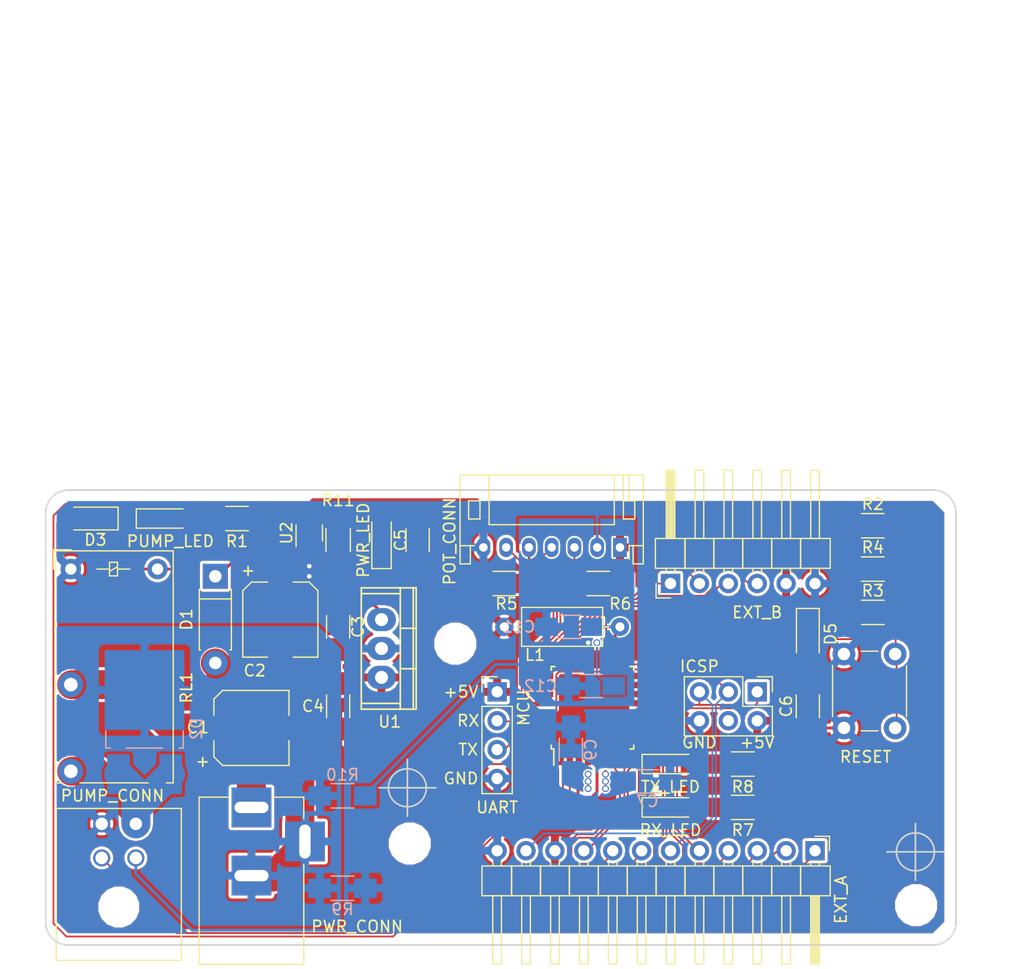
<source format=kicad_pcb>
(kicad_pcb (version 4) (host pcbnew 4.0.6)
  (layers (0 F.Cu mixed) (31 B.Cu mixed) (34 B.Paste user) (35 F.Paste user) (36 B.SilkS user) (37 F.SilkS user) (38 B.Mask user) (39 F.Mask user) (44 Edge.Cuts user))
  (net 0 "")
  (net 1 +12V)
  (net 2 PGND)
  (net 3 REG_PWR)
  (net 4 GND)
  (net 5 Vcc)
  (net 6 ~RESET)
  (net 7 AVcc)
  (net 8 AVss)
  (net 9 "Net-(C12-Pad1)")
  (net 10 /PUMP+)
  (net 11 /COIL_PWR)
  (net 12 "Net-(D4-Pad2)")
  (net 13 "Net-(D6-Pad2)")
  (net 14 RX_LED)
  (net 15 "Net-(D7-Pad2)")
  (net 16 TX_LED)
  (net 17 "Net-(D8-Pad2)")
  (net 18 MISO)
  (net 19 SCK)
  (net 20 MOSI)
  (net 21 EXT_D0)
  (net 22 EXT_D1)
  (net 23 EXT_D2)
  (net 24 EXT_A0)
  (net 25 EXT_D3)
  (net 26 EXT_A1)
  (net 27 EXT_D4)
  (net 28 EXT_A2)
  (net 29 EXT_D5)
  (net 30 EXT_A3)
  (net 31 ~LEVEL_ALERT)
  (net 32 THERM)
  (net 33 MOIST-)
  (net 34 MOISTURE)
  (net 35 ~OVRFLW)
  (net 36 RX)
  (net 37 TX)
  (net 38 PUMP)
  (net 39 "Net-(R3-Pad1)")
  (net 40 "Net-(R3-Pad2)")
  (net 41 MOIST+)
  (net 42 "Net-(U2-Pad3)")
  (module Mounting_Holes:MountingHole_3.2mm_M3 (layer F.Cu) (at 200.033 124.538)
    (fp_text reference REF** hide)
    (fp_text value MountingHole_3.2mm_M3)
    (pad 1 np_thru_hole circle (at 0 0) (size 3.2 3.2) (drill 3.2) (layers *.Cu *.Mask))
  )
  (module TO_SOT_Packages_SMD:SOT-363_SC-70-6_Handsoldering (layer F.Cu) (at 187.198 114.808 90)
    (fp_text reference U2 (at 0 -2 90) (layer F.SilkS))
    (fp_text value MIC94090)
    (pad 1 smd rect (at -1.33 -0.65 90) (size 1.5 0.4) (layers F.Cu F.Paste F.Mask) (net 11 /COIL_PWR))
    (pad 2 smd rect (at -1.33 0 90) (size 1.5 0.4) (layers F.Cu F.Paste F.Mask) (net 4 GND))
    (pad 3 smd rect (at -1.33 0.65 90) (size 1.5 0.4) (layers F.Cu F.Paste F.Mask) (net 42 "Net-(U2-Pad3)"))
    (pad 4 smd rect (at 1.33 0.65 90) (size 1.5 0.4) (layers F.Cu F.Paste F.Mask) (net 5 Vcc))
    (pad 5 smd rect (at 1.33 0 90) (size 1.5 0.4) (layers F.Cu F.Paste F.Mask) (net 4 GND))
    (pad 6 smd rect (at 1.33 -0.65 90) (size 1.5 0.4) (layers F.Cu F.Paste F.Mask) (net 38 PUMP))
  )
  (module Mounting_Holes:MountingHole_3.2mm_M3 (layer F.Cu) (at 240.533 147.538)
    (fp_text reference REF** hide)
    (fp_text value MountingHole_3.2mm_M3)
    (pad 1 np_thru_hole circle (at 0 0) (size 3.2 3.2) (drill 3.2) (layers *.Cu *.Mask))
  )
  (module Pin_Headers:Pin_Header_Angled_1x12_Pitch2.54mm (layer F.Cu) (at 231.648 142.748 270)
    (fp_text reference EXT_A (at 4.315 -2.27 270) (layer F.SilkS))
    (fp_text value CONN_01X12)
    (pad 1 thru_hole rect (at 0 0 270) (size 1.7 1.7) (drill 1) (layers *.Cu *.Mask) (net 21 EXT_D0))
    (pad 2 thru_hole oval (at 0 2.54 270) (size 1.7 1.7) (drill 1) (layers *.Cu *.Mask) (net 22 EXT_D1))
    (pad 3 thru_hole oval (at 0 5.08 270) (size 1.7 1.7) (drill 1) (layers *.Cu *.Mask) (net 23 EXT_D2))
    (pad 4 thru_hole oval (at 0 7.62 270) (size 1.7 1.7) (drill 1) (layers *.Cu *.Mask) (net 20 MOSI))
    (pad 5 thru_hole oval (at 0 10.16 270) (size 1.7 1.7) (drill 1) (layers *.Cu *.Mask) (net 18 MISO))
    (pad 6 thru_hole oval (at 0 12.7 270) (size 1.7 1.7) (drill 1) (layers *.Cu *.Mask) (net 19 SCK))
    (pad 7 thru_hole oval (at 0 15.24 270) (size 1.7 1.7) (drill 1) (layers *.Cu *.Mask) (net 25 EXT_D3))
    (pad 8 thru_hole oval (at 0 17.78 270) (size 1.7 1.7) (drill 1) (layers *.Cu *.Mask) (net 27 EXT_D4))
    (pad 9 thru_hole oval (at 0 20.32 270) (size 1.7 1.7) (drill 1) (layers *.Cu *.Mask) (net 29 EXT_D5))
    (pad 10 thru_hole oval (at 0 22.86 270) (size 1.7 1.7) (drill 1) (layers *.Cu *.Mask) (net 5 Vcc))
    (pad 11 thru_hole oval (at 0 25.4 270) (size 1.7 1.7) (drill 1) (layers *.Cu *.Mask) (net 6 ~RESET))
    (pad 12 thru_hole oval (at 0 27.94 270) (size 1.7 1.7) (drill 1) (layers *.Cu *.Mask) (net 4 GND))
  )
  (module Capacitors_SMD:CP_Elec_6.3x7.7 (layer F.Cu) (at 182.118 131.953)
    (fp_text reference C1 (at -4.712 -0.042) (layer F.SilkS))
    (fp_text value 100µF)
    (fp_text user + (at -4.28 2.91) (layer F.SilkS))
    (pad 1 smd rect (at -2.7 0 180) (size 3.5 1.6) (layers F.Cu F.Paste F.Mask) (net 1 +12V))
    (pad 2 smd rect (at 2.7 0 180) (size 3.5 1.6) (layers F.Cu F.Paste F.Mask) (net 2 PGND))
  )
  (module Capacitors_SMD:CP_Elec_6.3x7.7 (layer F.Cu) (at 184.658 122.428 270)
    (fp_text reference C2 (at 4.483 2.252 360) (layer F.SilkS))
    (fp_text value 100µF)
    (fp_text user + (at -4.28 2.91 270) (layer F.SilkS))
    (pad 1 smd rect (at -2.7 0 90) (size 3.5 1.6) (layers F.Cu F.Paste F.Mask) (net 3 REG_PWR))
    (pad 2 smd rect (at 2.7 0 90) (size 3.5 1.6) (layers F.Cu F.Paste F.Mask) (net 4 GND))
  )
  (module Capacitors_SMD:C_1206_HandSoldering (layer F.Cu) (at 189.738 123.063 270)
    (fp_text reference C3 (at 0 -1.75 270) (layer F.SilkS))
    (fp_text value 100nF)
    (pad 1 smd rect (at -2 0 270) (size 2 1.6) (layers F.Cu F.Paste F.Mask) (net 3 REG_PWR))
    (pad 2 smd rect (at 2 0 270) (size 2 1.6) (layers F.Cu F.Paste F.Mask) (net 4 GND))
  )
  (module Capacitors_SMD:C_1206_HandSoldering (layer F.Cu) (at 189.738 130.048 90)
    (fp_text reference C4 (at 0.01 -2.205 180) (layer F.SilkS))
    (fp_text value 100nF)
    (pad 1 smd rect (at -2 0 90) (size 2 1.6) (layers F.Cu F.Paste F.Mask) (net 5 Vcc))
    (pad 2 smd rect (at 2 0 90) (size 2 1.6) (layers F.Cu F.Paste F.Mask) (net 4 GND))
  )
  (module Capacitors_SMD:C_1206_HandSoldering (layer F.Cu) (at 196.723 115.443 270)
    (fp_text reference C5 (at 0 1.5 270) (layer F.SilkS))
    (fp_text value 100nF)
    (pad 1 smd rect (at -2 0 270) (size 2 1.6) (layers F.Cu F.Paste F.Mask) (net 5 Vcc))
    (pad 2 smd rect (at 2 0 270) (size 2 1.6) (layers F.Cu F.Paste F.Mask) (net 4 GND))
  )
  (module Capacitors_SMD:C_1206_HandSoldering (layer F.Cu) (at 231.013 130.048 270)
    (fp_text reference C6 (at 0 1.905 270) (layer F.SilkS))
    (fp_text value 100nF)
    (pad 1 smd rect (at -2 0 270) (size 2 1.6) (layers F.Cu F.Paste F.Mask) (net 6 ~RESET))
    (pad 2 smd rect (at 2 0 270) (size 2 1.6) (layers F.Cu F.Paste F.Mask) (net 4 GND))
  )
  (module Capacitors_SMD:C_1206_HandSoldering (layer B.Cu) (at 216.916 136.652)
    (fp_text reference C7 (at 0 1.75) (layer B.SilkS) (effects (justify mirror)))
    (fp_text value 100nF)
    (pad 1 smd rect (at -2 0) (size 2 1.6) (layers B.Cu B.Paste B.Mask) (net 5 Vcc))
    (pad 2 smd rect (at 2 0) (size 2 1.6) (layers B.Cu B.Paste B.Mask) (net 4 GND))
  )
  (module Capacitors_SMD:C_1206_HandSoldering (layer B.Cu) (at 210.185 133.858 90)
    (fp_text reference C9 (at 0 1.75 90) (layer B.SilkS) (effects (justify mirror)))
    (fp_text value 100nF)
    (pad 1 smd rect (at -2 0 90) (size 2 1.6) (layers B.Cu B.Paste B.Mask) (net 5 Vcc))
    (pad 2 smd rect (at 2 0 90) (size 2 1.6) (layers B.Cu B.Paste B.Mask) (net 4 GND))
  )
  (module Capacitors_SMD:C_1206_HandSoldering (layer B.Cu) (at 210.058 123.063 180)
    (fp_text reference C11 (at 4.445 0 180) (layer B.SilkS) (effects (justify mirror)))
    (fp_text value 100nF)
    (pad 1 smd rect (at -2 0 180) (size 2 1.6) (layers B.Cu B.Paste B.Mask) (net 7 AVcc))
    (pad 2 smd rect (at 2 0 180) (size 2 1.6) (layers B.Cu B.Paste B.Mask) (net 8 AVss))
  )
  (module Capacitors_SMD:C_1206_HandSoldering (layer B.Cu) (at 211.963 128.27 180)
    (fp_text reference C12 (at 4.445 0 180) (layer B.SilkS) (effects (justify mirror)))
    (fp_text value 10nF)
    (pad 1 smd rect (at -2 0 180) (size 2 1.6) (layers B.Cu B.Paste B.Mask) (net 9 "Net-(C12-Pad1)"))
    (pad 2 smd rect (at 2 0 180) (size 2 1.6) (layers B.Cu B.Paste B.Mask) (net 8 AVss))
  )
  (module Connectors:BARREL_JACK (layer F.Cu) (at 182.118 138.938 90)
    (fp_text reference PWR_CONN (at -10.473 9.288 180) (layer F.SilkS))
    (fp_text value BARREL_JACK)
    (pad 1 thru_hole rect (at 0 0 90) (size 3.5 3.5) (drill oval 1 3) (layers *.Cu *.Mask) (net 1 +12V))
    (pad 2 thru_hole rect (at -6 0 90) (size 3.5 3.5) (drill oval 1 3) (layers *.Cu *.Mask) (net 2 PGND))
    (pad 3 thru_hole rect (at -3 4.7 90) (size 3.5 3.5) (drill oval 3 1) (layers *.Cu *.Mask) (net 2 PGND))
  )
  (module Diodes_THT:D_DO-41_SOD81_P7.62mm_Horizontal (layer F.Cu) (at 178.943 118.618 270)
    (fp_text reference D1 (at 3.793 2.537 270) (layer F.SilkS))
    (fp_text value D)
    (pad 1 thru_hole rect (at 0 0 270) (size 2.2 2.2) (drill 1.1) (layers *.Cu *.Mask) (net 3 REG_PWR))
    (pad 2 thru_hole oval (at 7.62 0 270) (size 2.2 2.2) (drill 1.1) (layers *.Cu *.Mask) (net 1 +12V))
  )
  (module TO_SOT_Packages_SMD:TO-252-2_Rectifier (layer B.Cu) (at 172.72 131.445 90)
    (fp_text reference D2 (at -0.575 4.55 90) (layer B.SilkS) (effects (justify mirror)))
    (fp_text value D_Schottky)
    (pad 1 smd rect (at -4.575 2.3 180) (size 2 3.5) (layers B.Cu B.Paste B.Mask) (net 10 /PUMP+))
    (pad 3 smd rect (at -4.575 -2.28 180) (size 2 3.5) (layers B.Cu B.Paste B.Mask))
    (pad 2 smd rect (at 2.825 0 180) (size 7 7) (layers B.Cu B.Paste B.Mask) (net 2 PGND))
  )
  (module Diodes_SMD:D_SOD-123 (layer F.Cu) (at 168.148 113.538 180)
    (fp_text reference D3 (at -0.258 -1.873 180) (layer F.SilkS))
    (fp_text value D_Schottky)
    (pad 1 smd rect (at -1.65 0 180) (size 0.9 1.2) (layers F.Cu F.Paste F.Mask) (net 11 /COIL_PWR))
    (pad 2 smd rect (at 1.65 0 180) (size 0.9 1.2) (layers F.Cu F.Paste F.Mask) (net 4 GND))
  )
  (module LEDs:LED_1206 (layer F.Cu) (at 174.498 113.538)
    (fp_text reference PUMP_LED (at 0.5 2) (layer F.SilkS))
    (fp_text value PUMP_LED)
    (pad 2 smd rect (at 1.65 0 180) (size 1.5 1.5) (layers F.Cu F.Paste F.Mask) (net 12 "Net-(D4-Pad2)"))
    (pad 1 smd rect (at -1.65 0 180) (size 1.5 1.5) (layers F.Cu F.Paste F.Mask) (net 4 GND))
  )
  (module Diodes_SMD:D_SOD-123 (layer F.Cu) (at 231.013 123.698 270)
    (fp_text reference D5 (at 0 -2 270) (layer F.SilkS))
    (fp_text value D_Schottky)
    (pad 1 smd rect (at -1.65 0 270) (size 0.9 1.2) (layers F.Cu F.Paste F.Mask) (net 5 Vcc))
    (pad 2 smd rect (at 1.65 0 270) (size 0.9 1.2) (layers F.Cu F.Paste F.Mask) (net 6 ~RESET))
  )
  (module LEDs:LED_1206 (layer F.Cu) (at 218.948 138.938)
    (fp_text reference RX_LED (at 0 2) (layer F.SilkS))
    (fp_text value RX_LED)
    (pad 2 smd rect (at 1.65 0 180) (size 1.5 1.5) (layers F.Cu F.Paste F.Mask) (net 13 "Net-(D6-Pad2)"))
    (pad 1 smd rect (at -1.65 0 180) (size 1.5 1.5) (layers F.Cu F.Paste F.Mask) (net 14 RX_LED))
  )
  (module LEDs:LED_1206 (layer F.Cu) (at 218.948 135.128)
    (fp_text reference TX_LED (at 0 2) (layer F.SilkS))
    (fp_text value TX_LED)
    (pad 2 smd rect (at 1.65 0 180) (size 1.5 1.5) (layers F.Cu F.Paste F.Mask) (net 15 "Net-(D7-Pad2)"))
    (pad 1 smd rect (at -1.65 0 180) (size 1.5 1.5) (layers F.Cu F.Paste F.Mask) (net 16 TX_LED))
  )
  (module LEDs:LED_1206 (layer F.Cu) (at 193.548 115.443 90)
    (fp_text reference PWR_LED (at 0 -1.6 90) (layer F.SilkS))
    (fp_text value PWR_LED)
    (pad 2 smd rect (at 1.65 0 270) (size 1.5 1.5) (layers F.Cu F.Paste F.Mask) (net 17 "Net-(D8-Pad2)"))
    (pad 1 smd rect (at -1.65 0 270) (size 1.5 1.5) (layers F.Cu F.Paste F.Mask) (net 4 GND))
  )
  (module Pin_Headers:Pin_Header_Straight_2x03_Pitch2.54mm (layer F.Cu) (at 226.568 128.778 270)
    (fp_text reference ICSP (at -2.24 5.08 360) (layer F.SilkS))
    (fp_text value CONN_02X03)
    (pad 1 thru_hole rect (at 0 0 270) (size 1.7 1.7) (drill 1) (layers *.Cu *.Mask) (net 18 MISO))
    (pad 2 thru_hole oval (at 2.54 0 270) (size 1.7 1.7) (drill 1) (layers *.Cu *.Mask) (net 5 Vcc))
    (pad 3 thru_hole oval (at 0 2.54 270) (size 1.7 1.7) (drill 1) (layers *.Cu *.Mask) (net 19 SCK))
    (pad 4 thru_hole oval (at 2.54 2.54 270) (size 1.7 1.7) (drill 1) (layers *.Cu *.Mask) (net 20 MOSI))
    (pad 5 thru_hole oval (at 0 5.08 270) (size 1.7 1.7) (drill 1) (layers *.Cu *.Mask) (net 6 ~RESET))
    (pad 6 thru_hole oval (at 2.54 5.08 270) (size 1.7 1.7) (drill 1) (layers *.Cu *.Mask) (net 4 GND))
  )
  (module Inductors_THT:L_Axial_L7.0mm_D3.3mm_P10.16mm_Horizontal_Fastron_MICC (layer F.Cu) (at 204.343 123.063)
    (fp_text reference L1 (at 2.69 2.475) (layer F.SilkS))
    (fp_text value 10µH)
    (pad 1 thru_hole circle (at 0 0) (size 1.6 1.6) (drill 0.8) (layers *.Cu *.Mask) (net 5 Vcc))
    (pad 2 thru_hole oval (at 10.16 0) (size 1.6 1.6) (drill 0.8) (layers *.Cu *.Mask) (net 7 AVcc))
  )
  (module Connectors_Molex:Molex_Microfit3_Header_02x02_Angled_43045-040x (layer F.Cu) (at 171.958 143.383)
    (fp_text reference PUMP_CONN (at -2.052 -5.472) (layer F.SilkS))
    (fp_text value CONN_02X02)
    (pad 3 thru_hole circle (at 0 -3) (size 1.5 1.5) (drill 1.1) (layers *.Cu *.Mask) (net 10 /PUMP+))
    (pad 1 thru_hole circle (at 0 0) (size 1.5 1.5) (drill 1.1) (layers *.Cu *.Mask) (net 4 GND))
    (pad 4 thru_hole circle (at -3 -3) (size 1.5 1.5) (drill 1.1) (layers *.Cu *.Mask) (net 2 PGND))
    (pad 2 thru_hole circle (at -3 0) (size 1.5 1.5) (drill 1.1) (layers *.Cu *.Mask) (net 31 ~LEVEL_ALERT))
    (pad "" np_thru_hole circle (at -1.5 4.32) (size 3.1 3.1) (drill 3.1) (layers *.Cu *.Mask))
  )
  (module Connectors_JST:JST_PH_S7B-PH-K_07x2.00mm_Angled (layer F.Cu) (at 214.503 116.078 180)
    (fp_text reference POT_CONN (at 14.97 0.54 270) (layer F.SilkS))
    (fp_text value CONN_01X07)
    (pad 1 thru_hole rect (at 0 0 180) (size 1.2 1.7) (drill 0.75) (layers *.Cu *.Mask) (net 5 Vcc))
    (pad 2 thru_hole oval (at 2 0 180) (size 1.2 1.7) (drill 0.75) (layers *.Cu *.Mask) (net 4 GND))
    (pad 3 thru_hole oval (at 4 0 180) (size 1.2 1.7) (drill 0.75) (layers *.Cu *.Mask) (net 34 MOISTURE))
    (pad 4 thru_hole oval (at 6 0 180) (size 1.2 1.7) (drill 0.75) (layers *.Cu *.Mask) (net 33 MOIST-))
    (pad 5 thru_hole oval (at 8 0 180) (size 1.2 1.7) (drill 0.75) (layers *.Cu *.Mask) (net 32 THERM))
    (pad 6 thru_hole oval (at 10 0 180) (size 1.2 1.7) (drill 0.75) (layers *.Cu *.Mask) (net 35 ~OVRFLW))
    (pad 7 thru_hole oval (at 12 0 180) (size 1.2 1.7) (drill 0.75) (layers *.Cu *.Mask) (net 4 GND))
  )
  (module Pin_Headers:Pin_Header_Straight_1x04_Pitch2.54mm (layer F.Cu) (at 203.708 128.778)
    (fp_text reference UART (at 0 10.16 180) (layer F.SilkS))
    (fp_text value CONN_01X04)
    (pad 1 thru_hole rect (at 0 0) (size 1.7 1.7) (drill 1) (layers *.Cu *.Mask) (net 5 Vcc))
    (pad 2 thru_hole oval (at 0 2.54) (size 1.7 1.7) (drill 1) (layers *.Cu *.Mask) (net 36 RX))
    (pad 3 thru_hole oval (at 0 5.08) (size 1.7 1.7) (drill 1) (layers *.Cu *.Mask) (net 37 TX))
    (pad 4 thru_hole oval (at 0 7.62) (size 1.7 1.7) (drill 1) (layers *.Cu *.Mask) (net 4 GND))
  )
  (module Resistors_SMD:R_1206_HandSoldering (layer F.Cu) (at 180.848 113.538)
    (fp_text reference R1 (at 0 2) (layer F.SilkS))
    (fp_text value 1.5k)
    (pad 1 smd rect (at -2 0) (size 2 1.7) (layers F.Cu F.Paste F.Mask) (net 12 "Net-(D4-Pad2)"))
    (pad 2 smd rect (at 2 0) (size 2 1.7) (layers F.Cu F.Paste F.Mask) (net 38 PUMP))
  )
  (module Resistors_SMD:R_1206_HandSoldering (layer F.Cu) (at 236.728 114.173 180)
    (fp_text reference R2 (at 0 1.905 180) (layer F.SilkS))
    (fp_text value 4k7)
    (pad 1 smd rect (at -2 0 180) (size 2 1.7) (layers F.Cu F.Paste F.Mask) (net 6 ~RESET))
    (pad 2 smd rect (at 2 0 180) (size 2 1.7) (layers F.Cu F.Paste F.Mask) (net 5 Vcc))
  )
  (module Resistors_SMD:R_1206_HandSoldering (layer F.Cu) (at 236.728 121.793 180)
    (fp_text reference R3 (at 0 1.905 180) (layer F.SilkS))
    (fp_text value 150)
    (pad 1 smd rect (at -2 0 180) (size 2 1.7) (layers F.Cu F.Paste F.Mask) (net 39 "Net-(R3-Pad1)"))
    (pad 2 smd rect (at 2 0 180) (size 2 1.7) (layers F.Cu F.Paste F.Mask) (net 40 "Net-(R3-Pad2)"))
  )
  (module Resistors_SMD:R_1206_HandSoldering (layer F.Cu) (at 236.728 117.983)
    (fp_text reference R4 (at 0 -1.905) (layer F.SilkS))
    (fp_text value 150)
    (pad 1 smd rect (at -2 0) (size 2 1.7) (layers F.Cu F.Paste F.Mask) (net 40 "Net-(R3-Pad2)"))
    (pad 2 smd rect (at 2 0) (size 2 1.7) (layers F.Cu F.Paste F.Mask) (net 6 ~RESET))
  )
  (module Resistors_SMD:R_1206_HandSoldering (layer F.Cu) (at 204.343 119.253)
    (fp_text reference R5 (at 0.19 1.785) (layer F.SilkS))
    (fp_text value 100k)
    (pad 1 smd rect (at -2 0) (size 2 1.7) (layers F.Cu F.Paste F.Mask) (net 5 Vcc))
    (pad 2 smd rect (at 2 0) (size 2 1.7) (layers F.Cu F.Paste F.Mask) (net 35 ~OVRFLW))
  )
  (module Resistors_SMD:R_1206_HandSoldering (layer F.Cu) (at 212.598 119.253)
    (fp_text reference R6 (at 1.935 1.785) (layer F.SilkS))
    (fp_text value 10k)
    (pad 1 smd rect (at -2 0) (size 2 1.7) (layers F.Cu F.Paste F.Mask) (net 34 MOISTURE))
    (pad 2 smd rect (at 2 0) (size 2 1.7) (layers F.Cu F.Paste F.Mask) (net 41 MOIST+))
  )
  (module Resistors_SMD:R_1206_HandSoldering (layer F.Cu) (at 225.298 138.938 180)
    (fp_text reference R7 (at 0 -2 180) (layer F.SilkS))
    (fp_text value 150R)
    (pad 1 smd rect (at -2 0 180) (size 2 1.7) (layers F.Cu F.Paste F.Mask) (net 5 Vcc))
    (pad 2 smd rect (at 2 0 180) (size 2 1.7) (layers F.Cu F.Paste F.Mask) (net 13 "Net-(D6-Pad2)"))
  )
  (module Resistors_SMD:R_1206_HandSoldering (layer F.Cu) (at 225.298 135.128 180)
    (fp_text reference R8 (at 0 -2 180) (layer F.SilkS))
    (fp_text value 150R)
    (pad 1 smd rect (at -2 0 180) (size 2 1.7) (layers F.Cu F.Paste F.Mask) (net 5 Vcc))
    (pad 2 smd rect (at 2 0 180) (size 2 1.7) (layers F.Cu F.Paste F.Mask) (net 15 "Net-(D7-Pad2)"))
  )
  (module Resistors_SMD:R_1206_HandSoldering (layer B.Cu) (at 190.119 146.05)
    (fp_text reference R9 (at 0 1.85) (layer B.SilkS) (effects (justify mirror)))
    (fp_text value 0)
    (pad 1 smd rect (at -2 0) (size 2 1.7) (layers B.Cu B.Paste B.Mask) (net 2 PGND))
    (pad 2 smd rect (at 2 0) (size 2 1.7) (layers B.Cu B.Paste B.Mask) (net 4 GND))
  )
  (module Resistors_SMD:R_1206_HandSoldering (layer B.Cu) (at 190.119 137.922 180)
    (fp_text reference R10 (at 0 1.85 180) (layer B.SilkS) (effects (justify mirror)))
    (fp_text value 0)
    (pad 1 smd rect (at -2 0 180) (size 2 1.7) (layers B.Cu B.Paste B.Mask) (net 8 AVss))
    (pad 2 smd rect (at 2 0 180) (size 2 1.7) (layers B.Cu B.Paste B.Mask) (net 2 PGND))
  )
  (module Resistors_SMD:R_1206_HandSoldering (layer F.Cu) (at 189.738 115.443 90)
    (fp_text reference R11 (at 3.5 0 180) (layer F.SilkS))
    (fp_text value 1.5K)
    (pad 1 smd rect (at -2 0 90) (size 2 1.7) (layers F.Cu F.Paste F.Mask) (net 3 REG_PWR))
    (pad 2 smd rect (at 2 0 90) (size 2 1.7) (layers F.Cu F.Paste F.Mask) (net 17 "Net-(D8-Pad2)"))
  )
  (module Relays_THT:Relay_SPST_Finder_32.21-x300 (layer F.Cu) (at 166.243 117.983)
    (fp_text reference RL1 (at 10.163 10.428 90) (layer F.SilkS))
    (fp_text value FINDER-32.21-x300)
    (pad A1 thru_hole circle (at 0 0) (size 1.8 1.8) (drill 1) (layers *.Cu *.Mask) (net 4 GND))
    (pad A2 thru_hole circle (at 7.62 0) (size 1.8 1.8) (drill 1) (layers *.Cu *.Mask) (net 11 /COIL_PWR))
    (pad 11 thru_hole circle (at 0 10.16) (size 2.2 2.2) (drill 1.2) (layers *.Cu *.Mask) (net 1 +12V))
    (pad 14 thru_hole circle (at 0 17.78) (size 2.2 2.2) (drill 1.2) (layers *.Cu *.Mask) (net 10 /PUMP+))
  )
  (module Buttons_Switches_THT:SW_PUSH_6mm (layer F.Cu) (at 234.188 131.953 90)
    (fp_text reference RESET (at -2.54 1.905 180) (layer F.SilkS))
    (fp_text value SW_PUSH)
    (pad 2 thru_hole circle (at 0 4.5 180) (size 2 2) (drill 1.1) (layers *.Cu *.Mask) (net 39 "Net-(R3-Pad1)"))
    (pad 1 thru_hole circle (at 0 0 180) (size 2 2) (drill 1.1) (layers *.Cu *.Mask) (net 4 GND))
    (pad 2 thru_hole circle (at 6.5 4.5 180) (size 2 2) (drill 1.1) (layers *.Cu *.Mask) (net 39 "Net-(R3-Pad1)"))
    (pad 1 thru_hole circle (at 6.5 0 180) (size 2 2) (drill 1.1) (layers *.Cu *.Mask) (net 4 GND))
  )
  (module Power_Integrations:TO-220 (layer F.Cu) (at 193.548 124.968 270)
    (fp_text reference U1 (at 6.443 -0.723 360) (layer F.SilkS))
    (fp_text value LM7805CT)
    (pad 2 thru_hole oval (at 0 0 270) (size 2.032 2.54) (drill 1.143) (layers *.Cu *.Mask) (net 4 GND))
    (pad 3 thru_hole oval (at 2.54 0 270) (size 2.032 2.54) (drill 1.143) (layers *.Cu *.Mask) (net 5 Vcc))
    (pad 1 thru_hole oval (at -2.54 0 270) (size 2.032 2.54) (drill 1.143) (layers *.Cu *.Mask) (net 3 REG_PWR))
  )
  (module Housings_QFP:TQFP-32_7x7mm_Pitch0.8mm (layer F.Cu) (at 212.09 130.175 90)
    (fp_text reference MCU (at 0 -6.05 90) (layer F.SilkS))
    (fp_text value ATMEGA168-20AU)
    (pad 1 smd rect (at -4.25 -2.8 90) (size 1.6 0.55) (layers F.Cu F.Paste F.Mask) (net 31 ~LEVEL_ALERT))
    (pad 2 smd rect (at -4.25 -2 90) (size 1.6 0.55) (layers F.Cu F.Paste F.Mask) (net 38 PUMP))
    (pad 3 smd rect (at -4.25 -1.2 90) (size 1.6 0.55) (layers F.Cu F.Paste F.Mask) (net 4 GND))
    (pad 4 smd rect (at -4.25 -0.4 90) (size 1.6 0.55) (layers F.Cu F.Paste F.Mask) (net 5 Vcc))
    (pad 5 smd rect (at -4.25 0.4 90) (size 1.6 0.55) (layers F.Cu F.Paste F.Mask) (net 4 GND))
    (pad 6 smd rect (at -4.25 1.2 90) (size 1.6 0.55) (layers F.Cu F.Paste F.Mask) (net 5 Vcc))
    (pad 7 smd rect (at -4.25 2 90) (size 1.6 0.55) (layers F.Cu F.Paste F.Mask) (net 25 EXT_D3))
    (pad 8 smd rect (at -4.25 2.8 90) (size 1.6 0.55) (layers F.Cu F.Paste F.Mask) (net 27 EXT_D4))
    (pad 9 smd rect (at -2.8 4.25 180) (size 1.6 0.55) (layers F.Cu F.Paste F.Mask) (net 14 RX_LED))
    (pad 10 smd rect (at -2 4.25 180) (size 1.6 0.55) (layers F.Cu F.Paste F.Mask) (net 16 TX_LED))
    (pad 11 smd rect (at -1.2 4.25 180) (size 1.6 0.55) (layers F.Cu F.Paste F.Mask) (net 29 EXT_D5))
    (pad 12 smd rect (at -0.4 4.25 180) (size 1.6 0.55) (layers F.Cu F.Paste F.Mask) (net 21 EXT_D0))
    (pad 13 smd rect (at 0.4 4.25 180) (size 1.6 0.55) (layers F.Cu F.Paste F.Mask) (net 22 EXT_D1))
    (pad 14 smd rect (at 1.2 4.25 180) (size 1.6 0.55) (layers F.Cu F.Paste F.Mask) (net 23 EXT_D2))
    (pad 15 smd rect (at 2 4.25 180) (size 1.6 0.55) (layers F.Cu F.Paste F.Mask) (net 20 MOSI))
    (pad 16 smd rect (at 2.8 4.25 180) (size 1.6 0.55) (layers F.Cu F.Paste F.Mask) (net 18 MISO))
    (pad 17 smd rect (at 4.25 2.8 90) (size 1.6 0.55) (layers F.Cu F.Paste F.Mask) (net 19 SCK))
    (pad 18 smd rect (at 4.25 2 90) (size 1.6 0.55) (layers F.Cu F.Paste F.Mask) (net 7 AVcc))
    (pad 19 smd rect (at 4.25 1.2 90) (size 1.6 0.55) (layers F.Cu F.Paste F.Mask) (net 28 EXT_A2))
    (pad 20 smd rect (at 4.25 0.4 90) (size 1.6 0.55) (layers F.Cu F.Paste F.Mask) (net 9 "Net-(C12-Pad1)"))
    (pad 21 smd rect (at 4.25 -0.4 90) (size 1.6 0.55) (layers F.Cu F.Paste F.Mask) (net 8 AVss))
    (pad 22 smd rect (at 4.25 -1.2 90) (size 1.6 0.55) (layers F.Cu F.Paste F.Mask) (net 30 EXT_A3))
    (pad 23 smd rect (at 4.25 -2 90) (size 1.6 0.55) (layers F.Cu F.Paste F.Mask) (net 24 EXT_A0))
    (pad 24 smd rect (at 4.25 -2.8 90) (size 1.6 0.55) (layers F.Cu F.Paste F.Mask) (net 26 EXT_A1))
    (pad 25 smd rect (at 2.8 -4.25 180) (size 1.6 0.55) (layers F.Cu F.Paste F.Mask) (net 41 MOIST+))
    (pad 26 smd rect (at 2 -4.25 180) (size 1.6 0.55) (layers F.Cu F.Paste F.Mask) (net 34 MOISTURE))
    (pad 27 smd rect (at 1.2 -4.25 180) (size 1.6 0.55) (layers F.Cu F.Paste F.Mask) (net 33 MOIST-))
    (pad 28 smd rect (at 0.4 -4.25 180) (size 1.6 0.55) (layers F.Cu F.Paste F.Mask) (net 32 THERM))
    (pad 29 smd rect (at -0.4 -4.25 180) (size 1.6 0.55) (layers F.Cu F.Paste F.Mask) (net 6 ~RESET))
    (pad 30 smd rect (at -1.2 -4.25 180) (size 1.6 0.55) (layers F.Cu F.Paste F.Mask) (net 36 RX))
    (pad 31 smd rect (at -2 -4.25 180) (size 1.6 0.55) (layers F.Cu F.Paste F.Mask) (net 37 TX))
    (pad 32 smd rect (at -2.8 -4.25 180) (size 1.6 0.55) (layers F.Cu F.Paste F.Mask) (net 35 ~OVRFLW))
  )
  (module Pin_Headers:Pin_Header_Angled_1x06_Pitch2.54mm (layer F.Cu) (at 218.948 119.253 90)
    (fp_text reference EXT_B (at -2.54 7.62 180) (layer F.SilkS))
    (fp_text value CONN_01X06)
    (pad 1 thru_hole rect (at 0 0 90) (size 1.7 1.7) (drill 1) (layers *.Cu *.Mask) (net 24 EXT_A0))
    (pad 2 thru_hole oval (at 0 2.54 90) (size 1.7 1.7) (drill 1) (layers *.Cu *.Mask) (net 26 EXT_A1))
    (pad 3 thru_hole oval (at 0 5.08 90) (size 1.7 1.7) (drill 1) (layers *.Cu *.Mask) (net 28 EXT_A2))
    (pad 4 thru_hole oval (at 0 7.62 90) (size 1.7 1.7) (drill 1) (layers *.Cu *.Mask) (net 30 EXT_A3))
    (pad 5 thru_hole oval (at 0 10.16 90) (size 1.7 1.7) (drill 1) (layers *.Cu *.Mask) (net 5 Vcc))
    (pad 6 thru_hole oval (at 0 12.7 90) (size 1.7 1.7) (drill 1) (layers *.Cu *.Mask) (net 4 GND))
  )
  (module Mounting_Holes:MountingHole_3.2mm_M3 (layer F.Cu) (at 196.033 142.113)
    (fp_text reference REF** hide)
    (fp_text value MountingHole_3.2mm_M3)
    (pad 1 np_thru_hole circle (at 0 0) (size 3.2 3.2) (drill 3.2) (layers *.Cu *.Mask))
  )
  (gr_text +5V (at 226.568 133.223) (layer F.SilkS) (effects (font (size 1 1))))
  (gr_text GND (at 221.488 133.223) (layer F.SilkS) (effects (font (size 1 1))))
  (gr_text GND (at 200.533 136.398) (layer F.SilkS) (effects (font (size 1 1))))
  (gr_text TX (at 201.168 133.858) (layer F.SilkS) (effects (font (size 1 1))))
  (gr_text RX (at 201.168 131.318) (layer F.SilkS) (effects (font (size 1 1))))
  (gr_text +5V (at 200.533 128.778) (layer F.SilkS) (effects (font (size 1 1))))
  (gr_line (start 164.033 149.038) (end 164.033 113.038) (layer Edge.Cuts) (width 0.15))
  (gr_line (start 242.033 151.038) (end 166.033 151.038) (layer Edge.Cuts) (width 0.15))
  (gr_line (start 244.033 113.038) (end 244.033 149.038) (layer Edge.Cuts) (width 0.15))
  (gr_line (start 166.033 111.038) (end 242.033 111.038) (layer Edge.Cuts) (width 0.15))
  (gr_arc (start 166.033 113.038) (end 164.033 113.038) (angle 90) (layer Edge.Cuts) (width 0.15))
  (gr_arc (start 166.033 149.038) (end 166.033 151.038) (angle 90) (layer Edge.Cuts) (width 0.15))
  (gr_arc (start 242.033 149.038) (end 244.033 149.038) (angle 90) (layer Edge.Cuts) (width 0.15))
  (gr_arc (start 242.033 113.038) (end 242.033 111.038) (angle 90) (layer Edge.Cuts) (width 0.15))
  (target plus (at 240.469775 142.846485) (size 5) (width 0.15) (layer Edge.Cuts))
  (target plus (at 195.81909 137.213128) (size 5) (width 0.15) (layer Edge.Cuts))
  (via (at 213.233 137.287) (size 0.6) (drill 0.4) (layers F.Cu B.Cu) (net 0))
  (via (at 213.233 136.652) (size 0.6) (drill 0.4) (layers F.Cu B.Cu) (net 0))
  (segment (start 213.233 135.763) (end 213.233 136.017) (width 0.254) (layer F.Cu) (net 0))
  (via (at 213.233 136.017) (size 0.6) (drill 0.4) (layers F.Cu B.Cu) (net 0))
  (via (at 211.709 137.287) (size 0.6) (drill 0.4) (layers F.Cu B.Cu) (net 0))
  (via (at 211.709 136.652) (size 0.6) (drill 0.4) (layers F.Cu B.Cu) (net 0))
  (via (at 211.709 136.017) (size 0.6) (drill 0.4) (layers F.Cu B.Cu) (net 0))
  (segment (start 179.418 131.953) (end 175.128 131.953) (width 2.54) (layer F.Cu) (net 1))
  (segment (start 175.128 131.953) (end 171.318 128.143) (width 2.54) (layer F.Cu) (net 1))
  (segment (start 171.318 128.143) (end 166.31921 128.143) (width 2.54) (layer F.Cu) (net 1))
  (segment (start 179.418 131.953) (end 179.418 126.713) (width 2.54) (layer F.Cu) (net 1))
  (segment (start 179.418 126.713) (end 178.943 126.238) (width 2.54) (layer F.Cu) (net 1))
  (segment (start 182.118 138.938) (end 182.118 134.653) (width 2.54) (layer F.Cu) (net 1))
  (segment (start 182.118 134.653) (end 179.418 131.953) (width 2.54) (layer F.Cu) (net 1))
  (segment (start 182.245 145.065) (end 183.945 145.065) (width 2.54) (layer F.Cu) (net 2))
  (segment (start 183.945 145.065) (end 186.3725 142.6375) (width 2.54) (layer F.Cu) (net 2))
  (segment (start 186.3725 142.6375) (end 186.3725 133.5075) (width 2.54) (layer F.Cu) (net 2))
  (segment (start 186.3725 133.5075) (end 184.945 132.08) (width 2.54) (layer F.Cu) (net 2))
  (segment (start 194.31 122.555) (end 192.945 121.19) (width 0.254) (layer F.Cu) (net 3))
  (segment (start 192.945 121.19) (end 189.6745 121.19) (width 0.254) (layer F.Cu) (net 3))
  (segment (start 189.6745 121.19) (end 189.6745 118.3955) (width 0.254) (layer F.Cu) (net 3))
  (segment (start 189.6745 118.3955) (end 189.865 118.205) (width 0.254) (layer F.Cu) (net 3))
  (segment (start 179.07 118.745) (end 180.2765 117.5385) (width 0.254) (layer F.Cu) (net 3))
  (segment (start 180.2765 117.5385) (end 184.15 117.5385) (width 0.254) (layer F.Cu) (net 3))
  (segment (start 184.15 117.5385) (end 184.785 118.1735) (width 0.254) (layer F.Cu) (net 3))
  (segment (start 184.785 118.1735) (end 184.785 119.855) (width 0.254) (layer F.Cu) (net 3))
  (segment (start 184.785 121.285) (end 189.165 121.285) (width 0.254) (layer F.Cu) (net 3))
  (segment (start 193.675 117.22) (end 193.675 118.745) (width 0.254) (layer F.Cu) (net 4))
  (segment (start 195.453 120.523) (end 196.723 119.253) (width 0.254) (layer F.Cu) (net 4))
  (segment (start 193.675 118.745) (end 195.453 120.523) (width 0.254) (layer F.Cu) (net 4))
  (segment (start 196.723 119.253) (end 196.723 117.697) (width 0.254) (layer F.Cu) (net 4))
  (segment (start 196.723 117.697) (end 196.85 117.57) (width 0.254) (layer F.Cu) (net 4))
  (segment (start 189.865 125.19) (end 189.96 125.095) (width 0.254) (layer F.Cu) (net 4))
  (segment (start 189.96 125.095) (end 194.945 125.095) (width 0.254) (layer F.Cu) (net 4))
  (segment (start 194.945 125.095) (end 195.453 124.587) (width 0.254) (layer F.Cu) (net 4))
  (segment (start 195.453 124.587) (end 195.453 120.523) (width 0.254) (layer F.Cu) (net 4))
  (segment (start 212.471 133.352) (end 212.471 131.572) (width 0.254) (layer F.Cu) (net 4))
  (segment (start 212.49 134.425) (end 212.49 133.371) (width 0.254) (layer F.Cu) (net 4))
  (segment (start 212.49 133.371) (end 212.471 133.352) (width 0.254) (layer F.Cu) (net 4))
  (segment (start 210.89 134.425) (end 210.89 133.371) (width 0.254) (layer F.Cu) (net 4))
  (segment (start 210.89 133.371) (end 210.8835 133.3645) (width 0.254) (layer F.Cu) (net 4))
  (segment (start 166.498 113.538) (end 166.498 113.0925) (width 0.254) (layer F.Cu) (net 4))
  (segment (start 166.498 113.0925) (end 166.931901 112.658599) (width 0.254) (layer F.Cu) (net 4))
  (segment (start 166.931901 112.658599) (end 170.964599 112.658599) (width 0.254) (layer F.Cu) (net 4))
  (segment (start 170.964599 112.658599) (end 171.844 113.538) (width 0.254) (layer F.Cu) (net 4))
  (segment (start 171.844 113.538) (end 172.848 113.538) (width 0.254) (layer F.Cu) (net 4))
  (segment (start 187.5155 111.887) (end 188.1505 111.887) (width 0.254) (layer F.Cu) (net 4))
  (segment (start 202.503 116.078) (end 202.503 112.46) (width 0.254) (layer F.Cu) (net 4))
  (segment (start 202.503 112.46) (end 201.93 111.887) (width 0.254) (layer F.Cu) (net 4))
  (segment (start 201.93 111.887) (end 188.1505 111.887) (width 0.254) (layer F.Cu) (net 4))
  (segment (start 210.82 139.250409) (end 209.989409 140.081) (width 0.254) (layer F.Cu) (net 4))
  (segment (start 210.82 134.425) (end 210.82 139.250409) (width 0.254) (layer F.Cu) (net 4))
  (segment (start 209.989409 140.081) (end 209.931 140.081) (width 0.254) (layer F.Cu) (net 4))
  (segment (start 212.49 137.580409) (end 209.989409 140.081) (width 0.254) (layer F.Cu) (net 4))
  (segment (start 212.49 134.425) (end 212.49 137.580409) (width 0.254) (layer F.Cu) (net 4))
  (segment (start 166.243 117.983) (end 165.1 116.84) (width 0.254) (layer F.Cu) (net 4))
  (segment (start 165.1 116.84) (end 165.1 113.919) (width 0.254) (layer F.Cu) (net 4))
  (segment (start 165.1 113.919) (end 165.735 113.284) (width 0.254) (layer F.Cu) (net 4))
  (segment (start 165.735 113.284) (end 166.244 113.284) (width 0.254) (layer F.Cu) (net 4))
  (segment (start 166.244 113.284) (end 166.498 113.538) (width 0.254) (layer F.Cu) (net 4))
  (segment (start 209.931 140.081) (end 205.359 140.081) (width 0.254) (layer F.Cu) (net 4))
  (segment (start 205.359 140.081) (end 203.835 141.605) (width 0.254) (layer F.Cu) (net 4))
  (segment (start 203.835 141.605) (end 203.835 142.875) (width 0.254) (layer F.Cu) (net 4))
  (segment (start 209.931 140.081) (end 209.169 140.081) (width 0.254) (layer F.Cu) (net 4))
  (segment (start 187.198 113.478) (end 187.198 112.2045) (width 0.254) (layer F.Cu) (net 4))
  (segment (start 187.198 112.2045) (end 187.5155 111.887) (width 0.254) (layer F.Cu) (net 4))
  (segment (start 171.958 143.383) (end 171.958 144.78) (width 0.254) (layer B.Cu) (net 4))
  (segment (start 176.911 149.733) (end 192.659 149.733) (width 0.254) (layer B.Cu) (net 4))
  (segment (start 171.958 144.78) (end 176.911 149.733) (width 0.254) (layer B.Cu) (net 4))
  (segment (start 166.625 117.855) (end 166.37 118.11) (width 0.254) (layer F.Cu) (net 4))
  (segment (start 187.198 117.729) (end 187.198 118.618) (width 0.254) (layer F.Cu) (net 4))
  (via (at 187.198 117.729) (size 0.6) (drill 0.4) (layers F.Cu B.Cu) (net 4))
  (segment (start 187.198 116.265) (end 187.198 117.729) (width 0.254) (layer F.Cu) (net 4))
  (segment (start 187.325 118.618) (end 187.325 118.745) (width 0.254) (layer B.Cu) (net 4))
  (via (at 187.198 118.618) (size 0.6) (drill 0.4) (layers F.Cu B.Cu) (net 4))
  (segment (start 189.738 128.048) (end 189.738 125.063) (width 0.254) (layer F.Cu) (net 4))
  (segment (start 212.503 116.078) (end 212.503 112.554) (width 0.254) (layer B.Cu) (net 4))
  (segment (start 212.503 112.554) (end 212.471 112.522) (width 0.254) (layer B.Cu) (net 4))
  (segment (start 234.315 131.953) (end 231.108 131.953) (width 0.254) (layer F.Cu) (net 4))
  (segment (start 231.108 131.953) (end 231.013 132.048) (width 0.254) (layer F.Cu) (net 4))
  (segment (start 166.37 113.92) (end 166.625 113.665) (width 0.254) (layer F.Cu) (net 4))
  (segment (start 214.662 136.398) (end 214.916 136.652) (width 0.254) (layer B.Cu) (net 5))
  (segment (start 214.916 136.652) (end 214.249 136.652) (width 0.254) (layer B.Cu) (net 5))
  (segment (start 210.185 135.858) (end 210.788 135.858) (width 0.254) (layer B.Cu) (net 5))
  (segment (start 196.85 113.09) (end 196.85 113.57) (width 0.254) (layer F.Cu) (net 5))
  (segment (start 194.31 127.635) (end 194.31 127.73) (width 0.254) (layer F.Cu) (net 5))
  (segment (start 238.728 117.983) (end 238.379 117.983) (width 0.1524) (layer F.Cu) (net 6))
  (segment (start 238.379 117.983) (end 237.4265 118.9355) (width 0.1524) (layer F.Cu) (net 6))
  (segment (start 237.4265 118.9355) (end 237.4265 123.444) (width 0.1524) (layer F.Cu) (net 6))
  (segment (start 237.4265 123.444) (end 236.728 124.1425) (width 0.1524) (layer F.Cu) (net 6))
  (segment (start 236.728 124.1425) (end 231.2035 124.1425) (width 0.1524) (layer F.Cu) (net 6))
  (segment (start 231.2035 124.1425) (end 231.013 124.333) (width 0.1524) (layer F.Cu) (net 6))
  (segment (start 231.013 124.333) (end 231.013 125.348) (width 0.1524) (layer F.Cu) (net 6))
  (segment (start 221.488 129.921) (end 224.685573 129.921) (width 0.1524) (layer F.Cu) (net 6))
  (segment (start 220.345 129.921) (end 221.488 129.921) (width 0.1524) (layer F.Cu) (net 6))
  (segment (start 221.488 129.921) (end 221.488 128.778) (width 0.1524) (layer F.Cu) (net 6))
  (segment (start 207.84 130.575) (end 208.642 130.575) (width 0.1524) (layer F.Cu) (net 6))
  (segment (start 208.642 130.575) (end 208.915 130.302) (width 0.1524) (layer F.Cu) (net 6))
  (segment (start 208.915 130.302) (end 208.915 127.254) (width 0.1524) (layer F.Cu) (net 6))
  (segment (start 208.915 127.254) (end 209.169 127) (width 0.1524) (layer F.Cu) (net 6))
  (segment (start 209.169 127) (end 215.265 127) (width 0.1524) (layer F.Cu) (net 6))
  (segment (start 215.265 127) (end 215.4555 126.8095) (width 0.1524) (layer F.Cu) (net 6))
  (segment (start 215.4555 126.8095) (end 217.2335 126.8095) (width 0.1524) (layer F.Cu) (net 6))
  (segment (start 217.2335 126.8095) (end 219.329 128.905) (width 0.1524) (layer F.Cu) (net 6))
  (segment (start 219.329 128.905) (end 220.345 129.921) (width 0.1524) (layer F.Cu) (net 6))
  (segment (start 224.685573 129.921) (end 225.298 129.308573) (width 0.1524) (layer F.Cu) (net 6))
  (segment (start 225.298 129.308573) (end 225.298 127.936518) (width 0.1524) (layer F.Cu) (net 6))
  (segment (start 225.298 127.936518) (end 225.726518 127.508) (width 0.1524) (layer F.Cu) (net 6))
  (segment (start 225.726518 127.508) (end 230.673 127.508) (width 0.1524) (layer F.Cu) (net 6))
  (segment (start 230.673 127.508) (end 231.013 127.848) (width 0.1524) (layer F.Cu) (net 6))
  (segment (start 231.013 127.848) (end 231.013 128.048) (width 0.1524) (layer F.Cu) (net 6))
  (segment (start 221.488 128.778) (end 221.615 128.905) (width 0.1524) (layer F.Cu) (net 6))
  (segment (start 221.234 141.224) (end 207.772 141.224) (width 0.1524) (layer B.Cu) (net 6))
  (segment (start 207.772 141.224) (end 206.248 142.748) (width 0.1524) (layer B.Cu) (net 6))
  (segment (start 221.488 128.778) (end 222.630992 129.920992) (width 0.1524) (layer B.Cu) (net 6))
  (segment (start 222.630992 129.920992) (end 222.630992 139.827008) (width 0.1524) (layer B.Cu) (net 6))
  (segment (start 222.630992 139.827008) (end 221.234 141.224) (width 0.1524) (layer B.Cu) (net 6))
  (segment (start 206.375 142.875) (end 205.613 142.875) (width 0.1524) (layer B.Cu) (net 6))
  (segment (start 231.013 128.048) (end 231.013 125.348) (width 0.1524) (layer F.Cu) (net 6))
  (segment (start 238.728 114.173) (end 238.728 117.983) (width 0.1524) (layer F.Cu) (net 6))
  (segment (start 212.058 123.063) (end 214.503 123.063) (width 0.254) (layer B.Cu) (net 7))
  (segment (start 214.09 125.925) (end 214.09 123.476) (width 0.254) (layer F.Cu) (net 7))
  (segment (start 214.09 123.476) (end 214.503 123.063) (width 0.254) (layer F.Cu) (net 7))
  (segment (start 192.119 137.922) (end 192.119 137.827) (width 0.254) (layer B.Cu) (net 8))
  (segment (start 192.119 137.827) (end 203.581 126.365) (width 0.254) (layer B.Cu) (net 8))
  (segment (start 203.581 126.365) (end 206.248 126.365) (width 0.254) (layer B.Cu) (net 8))
  (segment (start 206.248 126.365) (end 206.629 126.365) (width 0.254) (layer B.Cu) (net 8))
  (via (at 211.709 124.46) (size 0.6) (drill 0.4) (layers F.Cu B.Cu) (net 8))
  (segment (start 211.69 125.925) (end 211.69 124.479) (width 0.254) (layer F.Cu) (net 8))
  (segment (start 211.69 124.479) (end 211.709 124.46) (width 0.254) (layer F.Cu) (net 8))
  (segment (start 213.963 128.27) (end 213.487 128.27) (width 0.1524) (layer B.Cu) (net 9))
  (segment (start 213.487 128.27) (end 212.471 127.254) (width 0.1524) (layer B.Cu) (net 9))
  (segment (start 212.471 127.254) (end 212.471 124.46) (width 0.1524) (layer B.Cu) (net 9))
  (via (at 212.471 124.46) (size 0.6) (drill 0.4) (layers F.Cu B.Cu) (net 9))
  (segment (start 212.471 124.46) (end 212.49 124.479) (width 0.1524) (layer F.Cu) (net 9))
  (segment (start 212.49 124.479) (end 212.49 125.925) (width 0.1524) (layer F.Cu) (net 9))
  (segment (start 171.958 140.383) (end 171.958 139.32234) (width 2.54) (layer F.Cu) (net 10))
  (segment (start 171.958 139.32234) (end 168.39866 135.763) (width 2.54) (layer F.Cu) (net 10))
  (segment (start 168.39866 135.763) (end 166.31921 135.763) (width 2.54) (layer F.Cu) (net 10))
  (segment (start 171.958 140.383) (end 171.958 139.082) (width 2.54) (layer B.Cu) (net 10))
  (segment (start 171.958 139.082) (end 175.02 136.02) (width 2.54) (layer B.Cu) (net 10))
  (segment (start 171.958 140.383) (end 171.958 137.538) (width 2.54) (layer B.Cu) (net 10))
  (segment (start 171.958 137.538) (end 170.44 136.02) (width 2.54) (layer B.Cu) (net 10))
  (segment (start 186.548 116.982) (end 186.436 117.094) (width 0.254) (layer F.Cu) (net 11))
  (segment (start 186.548 116.138) (end 186.548 116.982) (width 0.254) (layer F.Cu) (net 11))
  (segment (start 186.436 117.094) (end 177.165 117.094) (width 0.254) (layer F.Cu) (net 11))
  (segment (start 177.165 117.094) (end 176.276 117.983) (width 0.254) (layer F.Cu) (net 11))
  (segment (start 176.276 117.983) (end 173.863 117.983) (width 0.254) (layer F.Cu) (net 11))
  (segment (start 169.798 113.538) (end 169.798 116.458) (width 0.254) (layer F.Cu) (net 11))
  (segment (start 171.323 117.983) (end 173.863 117.983) (width 0.254) (layer F.Cu) (net 11))
  (segment (start 169.798 116.458) (end 171.323 117.983) (width 0.254) (layer F.Cu) (net 11))
  (segment (start 178.835311 112.763311) (end 178.975 112.903) (width 0.1524) (layer F.Cu) (net 12))
  (segment (start 176.275 112.903) (end 176.414689 112.763311) (width 0.1524) (layer F.Cu) (net 12))
  (segment (start 176.414689 112.763311) (end 178.835311 112.763311) (width 0.1524) (layer F.Cu) (net 12))
  (segment (start 220.725 139.065) (end 223.425 139.065) (width 0.1524) (layer F.Cu) (net 13))
  (segment (start 216.34 132.975) (end 217.2924 132.975) (width 0.1524) (layer F.Cu) (net 14))
  (segment (start 217.2924 132.975) (end 217.6145 133.2971) (width 0.1524) (layer F.Cu) (net 14))
  (segment (start 217.6145 133.2971) (end 217.6145 133.477) (width 0.1524) (layer F.Cu) (net 14))
  (segment (start 217.6145 133.477) (end 217.297 133.7945) (width 0.1524) (layer F.Cu) (net 14))
  (segment (start 217.297 133.7945) (end 216.720018 133.7945) (width 0.1524) (layer F.Cu) (net 14))
  (segment (start 216.720018 133.7945) (end 216.154 134.360518) (width 0.1524) (layer F.Cu) (net 14))
  (segment (start 216.154 134.360518) (end 216.154 137.794) (width 0.1524) (layer F.Cu) (net 14))
  (segment (start 216.154 137.794) (end 217.425 139.065) (width 0.1524) (layer F.Cu) (net 14))
  (segment (start 220.725 135.255) (end 223.425 135.255) (width 0.1524) (layer F.Cu) (net 15))
  (segment (start 216.34 132.175) (end 217.265 132.175) (width 0.1524) (layer F.Cu) (net 16))
  (segment (start 217.932 132.842) (end 217.932 134.748) (width 0.1524) (layer F.Cu) (net 16))
  (segment (start 217.265 132.175) (end 217.932 132.842) (width 0.1524) (layer F.Cu) (net 16))
  (segment (start 217.932 134.748) (end 217.425 135.255) (width 0.1524) (layer F.Cu) (net 16))
  (segment (start 190.5 113.57) (end 193.325 113.57) (width 0.1524) (layer F.Cu) (net 17))
  (segment (start 193.325 113.57) (end 193.675 113.92) (width 0.1524) (layer F.Cu) (net 17))
  (segment (start 194.025 113.57) (end 193.675 113.92) (width 0.1524) (layer F.Cu) (net 17))
  (segment (start 219.5195 129.54) (end 219.5195 140.9065) (width 0.1524) (layer F.Cu) (net 18))
  (segment (start 219.5195 140.9065) (end 221.361 142.748) (width 0.1524) (layer F.Cu) (net 18))
  (segment (start 221.361 142.748) (end 221.488 142.748) (width 0.1524) (layer F.Cu) (net 18))
  (segment (start 216.34 127.375) (end 217.341067 127.375) (width 0.1524) (layer F.Cu) (net 18))
  (segment (start 217.341067 127.375) (end 220.191877 130.22581) (width 0.1524) (layer F.Cu) (net 18))
  (segment (start 226.568 129.7804) (end 226.568 128.778) (width 0.1524) (layer F.Cu) (net 18))
  (segment (start 220.191877 130.22581) (end 226.12259 130.22581) (width 0.1524) (layer F.Cu) (net 18))
  (segment (start 226.12259 130.22581) (end 226.568 129.7804) (width 0.1524) (layer F.Cu) (net 18))
  (segment (start 226.6315 128.905) (end 226.695 128.905) (width 0.1524) (layer F.Cu) (net 18))
  (segment (start 214.89 125.925) (end 215.33 126.365) (width 0.1524) (layer F.Cu) (net 19))
  (segment (start 217.2335 126.365) (end 218.4065 127.538) (width 0.1524) (layer F.Cu) (net 19))
  (segment (start 215.33 126.365) (end 217.2335 126.365) (width 0.1524) (layer F.Cu) (net 19))
  (segment (start 218.4065 127.538) (end 222.788 127.538) (width 0.1524) (layer F.Cu) (net 19))
  (segment (start 222.788 127.538) (end 224.028 128.778) (width 0.1524) (layer F.Cu) (net 19))
  (segment (start 224.155 128.27) (end 224.155 128.905) (width 0.1524) (layer F.Cu) (net 19))
  (segment (start 224.028 128.778) (end 222.935802 129.870198) (width 0.1524) (layer B.Cu) (net 19))
  (segment (start 222.935802 129.870198) (end 222.935801 139.953265) (width 0.1524) (layer B.Cu) (net 19))
  (segment (start 222.935801 139.953265) (end 221.219667 141.669399) (width 0.1524) (layer B.Cu) (net 19))
  (segment (start 221.219667 141.669399) (end 220.026601 141.669399) (width 0.1524) (layer B.Cu) (net 19))
  (segment (start 220.026601 141.669399) (end 219.797999 141.898001) (width 0.1524) (layer B.Cu) (net 19))
  (segment (start 219.797999 141.898001) (end 218.948 142.748) (width 0.1524) (layer B.Cu) (net 19))
  (segment (start 219.075 142.367) (end 219.075 142.875) (width 0.1524) (layer B.Cu) (net 19))
  (segment (start 224.155 128.905) (end 223.774 128.905) (width 0.1524) (layer B.Cu) (net 19))
  (segment (start 219.202 141.0335) (end 220.345 142.1765) (width 0.1524) (layer F.Cu) (net 20))
  (segment (start 216.34 128.175) (end 217.2924 128.175) (width 0.1524) (layer F.Cu) (net 20))
  (segment (start 217.2924 128.175) (end 219.202 130.0846) (width 0.1524) (layer F.Cu) (net 20))
  (segment (start 220.345 143.256) (end 220.954567 143.865567) (width 0.1524) (layer F.Cu) (net 20))
  (segment (start 219.202 130.0846) (end 219.202 141.0335) (width 0.1524) (layer F.Cu) (net 20))
  (segment (start 223.164433 143.865567) (end 224.155 142.875) (width 0.1524) (layer F.Cu) (net 20))
  (segment (start 220.345 142.1765) (end 220.345 143.256) (width 0.1524) (layer F.Cu) (net 20))
  (segment (start 220.954567 143.865567) (end 223.164433 143.865567) (width 0.1524) (layer F.Cu) (net 20))
  (segment (start 224.155 142.875) (end 224.155 142.113) (width 0.1524) (layer F.Cu) (net 20))
  (segment (start 229.87 144.78) (end 231.775 142.875) (width 0.1524) (layer F.Cu) (net 21))
  (segment (start 218.8845 144.78) (end 229.87 144.78) (width 0.1524) (layer F.Cu) (net 21))
  (segment (start 217.500189 143.395689) (end 218.8845 144.78) (width 0.1524) (layer F.Cu) (net 21))
  (segment (start 217.2924 130.575) (end 218.287567 131.570167) (width 0.1524) (layer F.Cu) (net 21))
  (segment (start 217.500189 142.168414) (end 217.500189 143.395689) (width 0.1524) (layer F.Cu) (net 21))
  (segment (start 218.287567 141.381036) (end 217.500189 142.168414) (width 0.1524) (layer F.Cu) (net 21))
  (segment (start 216.34 130.575) (end 217.2924 130.575) (width 0.1524) (layer F.Cu) (net 21))
  (segment (start 218.287567 131.570167) (end 218.287567 141.381036) (width 0.1524) (layer F.Cu) (net 21))
  (segment (start 226.618811 144.475189) (end 228.727 142.367) (width 0.1524) (layer F.Cu) (net 22))
  (segment (start 216.34 129.775) (end 217.2924 129.775) (width 0.1524) (layer F.Cu) (net 22))
  (segment (start 217.805 142.29467) (end 217.805 143.20133) (width 0.1524) (layer F.Cu) (net 22))
  (segment (start 219.078859 144.475189) (end 226.618811 144.475189) (width 0.1524) (layer F.Cu) (net 22))
  (segment (start 218.592378 131.074978) (end 218.592378 141.507292) (width 0.1524) (layer F.Cu) (net 22))
  (segment (start 217.2924 129.775) (end 218.592378 131.074978) (width 0.1524) (layer F.Cu) (net 22))
  (segment (start 217.805 143.20133) (end 219.078859 144.475189) (width 0.1524) (layer F.Cu) (net 22))
  (segment (start 218.592378 141.507292) (end 217.805 142.29467) (width 0.1524) (layer F.Cu) (net 22))
  (segment (start 220.040189 142.302755) (end 220.040189 143.459189) (width 0.1524) (layer F.Cu) (net 23))
  (segment (start 218.897189 141.159756) (end 220.040189 142.302755) (width 0.1524) (layer F.Cu) (net 23))
  (segment (start 225.399622 144.170378) (end 226.695 142.875) (width 0.1524) (layer F.Cu) (net 23))
  (segment (start 218.897189 130.579789) (end 218.897189 141.159756) (width 0.1524) (layer F.Cu) (net 23))
  (segment (start 220.751378 144.170378) (end 225.399622 144.170378) (width 0.1524) (layer F.Cu) (net 23))
  (segment (start 216.34 128.975) (end 217.2924 128.975) (width 0.1524) (layer F.Cu) (net 23))
  (segment (start 220.040189 143.459189) (end 220.751378 144.170378) (width 0.1524) (layer F.Cu) (net 23))
  (segment (start 217.2924 128.975) (end 218.897189 130.579789) (width 0.1524) (layer F.Cu) (net 23))
  (segment (start 215.907137 120.636412) (end 217.290549 119.253) (width 0.1524) (layer F.Cu) (net 24))
  (segment (start 210.09 125.925) (end 210.09 124.391366) (width 0.1524) (layer F.Cu) (net 24))
  (segment (start 217.9456 119.253) (end 218.948 119.253) (width 0.1524) (layer F.Cu) (net 24))
  (segment (start 217.290549 119.253) (end 217.9456 119.253) (width 0.1524) (layer F.Cu) (net 24))
  (segment (start 213.844954 120.636412) (end 215.907137 120.636412) (width 0.1524) (layer F.Cu) (net 24))
  (segment (start 210.09 124.391366) (end 213.844954 120.636412) (width 0.1524) (layer F.Cu) (net 24))
  (segment (start 214.09 134.425) (end 214.09 135.604) (width 0.1524) (layer F.Cu) (net 25))
  (segment (start 214.503 136.017) (end 214.503 138.964868) (width 0.1524) (layer F.Cu) (net 25))
  (segment (start 214.09 135.604) (end 214.503 136.017) (width 0.1524) (layer F.Cu) (net 25))
  (segment (start 214.503 138.964868) (end 212.167679 141.300189) (width 0.1524) (layer F.Cu) (net 25))
  (segment (start 212.167679 141.300189) (end 210.748414 141.300189) (width 0.1524) (layer F.Cu) (net 25))
  (segment (start 210.748414 141.300189) (end 209.931 142.117603) (width 0.1524) (layer F.Cu) (net 25))
  (segment (start 209.931 142.117603) (end 209.931 143.560067) (width 0.1524) (layer F.Cu) (net 25))
  (segment (start 209.931 143.560067) (end 210.566744 144.195811) (width 0.1524) (layer F.Cu) (net 25))
  (segment (start 210.566744 144.195811) (end 215.214189 144.195811) (width 0.1524) (layer F.Cu) (net 25))
  (segment (start 215.214189 144.195811) (end 216.535 142.875) (width 0.1524) (layer F.Cu) (net 25))
  (segment (start 218.129482 117.983) (end 220.218 117.983) (width 0.1524) (layer F.Cu) (net 26))
  (segment (start 220.638001 118.403001) (end 221.488 119.253) (width 0.1524) (layer F.Cu) (net 26))
  (segment (start 220.218 117.983) (end 220.638001 118.403001) (width 0.1524) (layer F.Cu) (net 26))
  (segment (start 215.780881 120.331601) (end 218.129482 117.983) (width 0.1524) (layer F.Cu) (net 26))
  (segment (start 209.29 124.760299) (end 213.718698 120.331601) (width 0.1524) (layer F.Cu) (net 26))
  (segment (start 209.29 125.925) (end 209.29 124.760299) (width 0.1524) (layer F.Cu) (net 26))
  (segment (start 213.718698 120.331601) (end 215.780881 120.331601) (width 0.1524) (layer F.Cu) (net 26))
  (segment (start 214.89 135.3774) (end 214.89 134.425) (width 0.1524) (layer F.Cu) (net 27))
  (segment (start 214.89 139.008934) (end 214.89 135.3774) (width 0.1524) (layer F.Cu) (net 27))
  (segment (start 210.235811 142.243859) (end 210.87467 141.605) (width 0.1524) (layer F.Cu) (net 27))
  (segment (start 213.995 142.875) (end 212.979 143.891) (width 0.1524) (layer F.Cu) (net 27))
  (segment (start 210.693 143.891) (end 210.235811 143.433811) (width 0.1524) (layer F.Cu) (net 27))
  (segment (start 210.235811 143.433811) (end 210.235811 142.243859) (width 0.1524) (layer F.Cu) (net 27))
  (segment (start 212.979 143.891) (end 210.693 143.891) (width 0.1524) (layer F.Cu) (net 27))
  (segment (start 210.87467 141.605) (end 212.293935 141.605) (width 0.1524) (layer F.Cu) (net 27))
  (segment (start 212.293935 141.605) (end 214.89 139.008934) (width 0.1524) (layer F.Cu) (net 27))
  (segment (start 213.29 125.925) (end 213.29 122.0535) (width 0.1524) (layer F.Cu) (net 28))
  (segment (start 213.29 122.0535) (end 214.097466 121.246034) (width 0.1524) (layer F.Cu) (net 28))
  (segment (start 222.0595 120.65) (end 223.4565 119.253) (width 0.1524) (layer F.Cu) (net 28))
  (segment (start 214.097466 121.246034) (end 216.159649 121.246034) (width 0.1524) (layer F.Cu) (net 28))
  (segment (start 216.159649 121.246034) (end 216.755683 120.65) (width 0.1524) (layer F.Cu) (net 28))
  (segment (start 216.755683 120.65) (end 222.0595 120.65) (width 0.1524) (layer F.Cu) (net 28))
  (segment (start 223.4565 119.253) (end 224.028 119.253) (width 0.1524) (layer F.Cu) (net 28))
  (segment (start 216.34 131.375) (end 215.3876 131.375) (width 0.1524) (layer F.Cu) (net 29))
  (segment (start 215.265 133.313518) (end 215.519 133.567518) (width 0.1524) (layer F.Cu) (net 29))
  (segment (start 215.3876 131.375) (end 215.265 131.4976) (width 0.1524) (layer F.Cu) (net 29))
  (segment (start 215.194809 139.135191) (end 212.420191 141.909809) (width 0.1524) (layer F.Cu) (net 29))
  (segment (start 212.420191 141.909809) (end 211.455 142.875) (width 0.1524) (layer F.Cu) (net 29))
  (segment (start 215.265 131.4976) (end 215.265 133.313518) (width 0.1524) (layer F.Cu) (net 29))
  (segment (start 215.519 133.567518) (end 215.519 135.382) (width 0.1524) (layer F.Cu) (net 29))
  (segment (start 215.519 135.382) (end 215.194809 135.706191) (width 0.1524) (layer F.Cu) (net 29))
  (segment (start 215.194809 135.706191) (end 215.194809 139.135191) (width 0.1524) (layer F.Cu) (net 29))
  (segment (start 210.89 125.925) (end 210.89 124.022433) (width 0.1524) (layer F.Cu) (net 30))
  (segment (start 223.5835 117.983) (end 224.536 117.983) (width 0.1524) (layer F.Cu) (net 30))
  (segment (start 210.89 124.022433) (end 213.97121 120.941223) (width 0.1524) (layer F.Cu) (net 30))
  (segment (start 221.946833 120.331601) (end 222.8215 119.456934) (width 0.1524) (layer F.Cu) (net 30))
  (segment (start 213.97121 120.941223) (end 216.033393 120.941223) (width 0.1524) (layer F.Cu) (net 30))
  (segment (start 224.536 117.983) (end 225.806 119.253) (width 0.1524) (layer F.Cu) (net 30))
  (segment (start 216.033393 120.941223) (end 216.643015 120.331601) (width 0.1524) (layer F.Cu) (net 30))
  (segment (start 216.643015 120.331601) (end 221.946833 120.331601) (width 0.1524) (layer F.Cu) (net 30))
  (segment (start 222.8215 119.456934) (end 222.8215 118.745) (width 0.1524) (layer F.Cu) (net 30))
  (segment (start 222.8215 118.745) (end 223.5835 117.983) (width 0.1524) (layer F.Cu) (net 30))
  (segment (start 225.806 119.253) (end 226.568 119.253) (width 0.1524) (layer F.Cu) (net 30))
  (segment (start 168.958 143.383) (end 175.562 149.987) (width 0.1524) (layer F.Cu) (net 31))
  (segment (start 175.562 149.987) (end 194.3735 149.987) (width 0.1524) (layer F.Cu) (net 31))
  (segment (start 194.3735 149.987) (end 205.0415 139.319) (width 0.1524) (layer F.Cu) (net 31))
  (segment (start 205.0415 139.319) (end 209.042 139.319) (width 0.1524) (layer F.Cu) (net 31))
  (segment (start 209.042 139.319) (end 209.4865 138.8745) (width 0.1524) (layer F.Cu) (net 31))
  (segment (start 209.4865 138.8745) (end 209.4865 134.6215) (width 0.1524) (layer F.Cu) (net 31))
  (segment (start 209.4865 134.6215) (end 209.29 134.425) (width 0.1524) (layer F.Cu) (net 31))
  (segment (start 168.958 143.383) (end 169.085 143.51) (width 0.1524) (layer F.Cu) (net 31))
  (segment (start 169.085 143.51) (end 169.291 143.51) (width 0.1524) (layer F.Cu) (net 31))
  (segment (start 207.84 129.775) (end 206.8876 129.775) (width 0.1524) (layer F.Cu) (net 32))
  (segment (start 206.8876 129.775) (end 206.171811 129.059211) (width 0.1524) (layer F.Cu) (net 32))
  (segment (start 206.171811 129.059211) (end 206.171812 126.046753) (width 0.1524) (layer F.Cu) (net 32))
  (segment (start 208.965811 123.252756) (end 208.965811 119.480877) (width 0.1524) (layer F.Cu) (net 32))
  (segment (start 206.171812 126.046753) (end 208.965811 123.252756) (width 0.1524) (layer F.Cu) (net 32))
  (segment (start 208.965811 119.480877) (end 206.503 117.018066) (width 0.1524) (layer F.Cu) (net 32))
  (segment (start 206.503 117.018066) (end 206.503 116.328) (width 0.1524) (layer F.Cu) (net 32))
  (segment (start 206.503 116.328) (end 206.503 116.078) (width 0.1524) (layer F.Cu) (net 32))
  (segment (start 207.84 128.975) (end 206.8876 128.975) (width 0.1524) (layer F.Cu) (net 33))
  (segment (start 206.8876 128.975) (end 206.476622 128.564022) (width 0.1524) (layer F.Cu) (net 33))
  (segment (start 206.476622 128.564022) (end 206.476622 126.17301) (width 0.1524) (layer F.Cu) (net 33))
  (segment (start 209.270622 123.379012) (end 209.270622 119.354622) (width 0.1524) (layer F.Cu) (net 33))
  (segment (start 206.476622 126.17301) (end 209.270622 123.379012) (width 0.1524) (layer F.Cu) (net 33))
  (segment (start 209.270622 119.354622) (end 207.645 117.729) (width 0.1524) (layer F.Cu) (net 33))
  (segment (start 207.645 117.729) (end 207.645 116.936) (width 0.1524) (layer F.Cu) (net 33))
  (segment (start 207.645 116.936) (end 208.503 116.078) (width 0.1524) (layer F.Cu) (net 33))
  (segment (start 206.781433 126.339567) (end 210.598 122.523) (width 0.1524) (layer F.Cu) (net 34))
  (segment (start 206.8876 128.175) (end 206.781433 128.068833) (width 0.1524) (layer F.Cu) (net 34))
  (segment (start 210.598 120.2554) (end 210.598 119.253) (width 0.1524) (layer F.Cu) (net 34))
  (segment (start 207.84 128.175) (end 206.8876 128.175) (width 0.1524) (layer F.Cu) (net 34))
  (segment (start 206.781433 128.068833) (end 206.781433 126.339567) (width 0.1524) (layer F.Cu) (net 34))
  (segment (start 210.598 122.523) (end 210.598 120.2554) (width 0.1524) (layer F.Cu) (net 34))
  (segment (start 210.503 116.078) (end 210.503 119.158) (width 0.1524) (layer F.Cu) (net 34))
  (segment (start 210.503 119.158) (end 210.598 119.253) (width 0.1524) (layer F.Cu) (net 34))
  (segment (start 206.343 119.253) (end 206.851 118.745) (width 0.1524) (layer F.Cu) (net 35))
  (segment (start 205.867 125.9205) (end 205.867 129.286) (width 0.1524) (layer F.Cu) (net 35))
  (segment (start 205.734 132.975) (end 207.84 132.975) (width 0.1524) (layer F.Cu) (net 35))
  (segment (start 206.851 118.745) (end 207.772 118.745) (width 0.1524) (layer F.Cu) (net 35))
  (segment (start 208.661 119.634) (end 208.661 123.1265) (width 0.1524) (layer F.Cu) (net 35))
  (segment (start 207.772 118.745) (end 208.661 119.634) (width 0.1524) (layer F.Cu) (net 35))
  (segment (start 203.073 130.048) (end 202.438 130.683) (width 0.1524) (layer F.Cu) (net 35))
  (segment (start 208.661 123.1265) (end 205.867 125.9205) (width 0.1524) (layer F.Cu) (net 35))
  (segment (start 205.105 130.048) (end 203.073 130.048) (width 0.1524) (layer F.Cu) (net 35))
  (segment (start 205.867 129.286) (end 205.105 130.048) (width 0.1524) (layer F.Cu) (net 35))
  (segment (start 202.438 130.683) (end 202.438 134.493) (width 0.1524) (layer F.Cu) (net 35))
  (segment (start 204.343 135.128) (end 204.978 134.493) (width 0.1524) (layer F.Cu) (net 35))
  (segment (start 204.978 134.493) (end 204.978 133.731) (width 0.1524) (layer F.Cu) (net 35))
  (segment (start 202.438 134.493) (end 203.073 135.128) (width 0.1524) (layer F.Cu) (net 35))
  (segment (start 203.073 135.128) (end 204.343 135.128) (width 0.1524) (layer F.Cu) (net 35))
  (segment (start 204.978 133.731) (end 205.734 132.975) (width 0.1524) (layer F.Cu) (net 35))
  (segment (start 204.503 116.078) (end 204.5335 116.078) (width 0.1524) (layer F.Cu) (net 35))
  (segment (start 204.5335 116.078) (end 207.02575 118.57025) (width 0.1524) (layer F.Cu) (net 35))
  (segment (start 207.02575 118.57025) (end 206.343 119.253) (width 0.1524) (layer F.Cu) (net 35))
  (segment (start 207.84 131.375) (end 203.905 131.375) (width 0.1524) (layer F.Cu) (net 36))
  (segment (start 203.905 131.375) (end 203.835 131.445) (width 0.1524) (layer F.Cu) (net 36))
  (segment (start 207.84 132.175) (end 206.026 132.175) (width 0.1524) (layer F.Cu) (net 37))
  (segment (start 206.026 132.175) (end 203.962 134.239) (width 0.1524) (layer F.Cu) (net 37))
  (segment (start 210.09 134.425) (end 210.09 138.779) (width 0.1524) (layer F.Cu) (net 38))
  (segment (start 210.09 138.779) (end 209.169 139.7) (width 0.1524) (layer F.Cu) (net 38))
  (segment (start 209.169 139.7) (end 205.155066 139.7) (width 0.1524) (layer F.Cu) (net 38))
  (segment (start 164.719 149.148066) (end 164.719 113.284) (width 0.1524) (layer F.Cu) (net 38))
  (segment (start 182.88 112.268) (end 182.848 112.3) (width 0.1524) (layer F.Cu) (net 38))
  (segment (start 205.155066 139.7) (end 194.563256 150.291811) (width 0.1524) (layer F.Cu) (net 38))
  (segment (start 194.563256 150.291811) (end 165.862744 150.291811) (width 0.1524) (layer F.Cu) (net 38))
  (segment (start 165.862744 150.291811) (end 164.719 149.148066) (width 0.1524) (layer F.Cu) (net 38))
  (segment (start 164.719 113.284) (end 165.735 112.268) (width 0.1524) (layer F.Cu) (net 38))
  (segment (start 165.735 112.268) (end 182.88 112.268) (width 0.1524) (layer F.Cu) (net 38))
  (segment (start 182.848 112.3) (end 182.848 113.538) (width 0.1524) (layer F.Cu) (net 38))
  (segment (start 182.88 112.268) (end 186.406 112.268) (width 0.1524) (layer F.Cu) (net 38))
  (segment (start 186.406 112.268) (end 186.548 112.41) (width 0.1524) (layer F.Cu) (net 38))
  (segment (start 186.548 113.478) (end 186.548 112.41) (width 0.1524) (layer F.Cu) (net 38))
  (segment (start 186.548 112.41) (end 186.4695 112.3315) (width 0.1524) (layer F.Cu) (net 38))
  (segment (start 182.88 113.506) (end 182.848 113.538) (width 0.1524) (layer F.Cu) (net 38))
  (segment (start 182.848 112.935) (end 182.848 113.538) (width 0.1524) (layer F.Cu) (net 38))
  (segment (start 238.815 125.453) (end 238.815 131.953) (width 0.1524) (layer F.Cu) (net 39))
  (segment (start 238.728 121.793) (end 238.728 125.366) (width 0.1524) (layer F.Cu) (net 39))
  (segment (start 238.728 125.366) (end 238.815 125.453) (width 0.1524) (layer F.Cu) (net 39))
  (segment (start 234.728 121.793) (end 234.728 117.983) (width 0.1524) (layer F.Cu) (net 40))
  (segment (start 214.352799 119.253) (end 214.376 119.253) (width 0.1524) (layer F.Cu) (net 41))
  (segment (start 207.84 125.765799) (end 214.352799 119.253) (width 0.1524) (layer F.Cu) (net 41))
  (segment (start 207.84 127.375) (end 207.84 125.765799) (width 0.1524) (layer F.Cu) (net 41))
  (segment (start 214.249 119.253) (end 214.598 119.253) (width 0.1524) (layer F.Cu) (net 41))
  (zone (net 2) (net_name PGND) (layer B.Cu) (priority 2) (connect_pads (clearance 0.254)) (min_thickness 0.254) (fill yes (arc_segments 16) (thermal_gap 0.508) (thermal_bridge_width 0.7))
    (polygon (pts (xy 190 150) (xy 166 150) (xy 165 149) (xy 165 123) (xy 188 123) (xy 190 125)))
  )
  (zone (net 4) (net_name GND) (layer B.Cu) (connect_pads (clearance 0.254)) (min_thickness 0.254) (fill yes (arc_segments 16) (thermal_gap 0.508) (thermal_bridge_width 0.7))
    (polygon (pts (xy 166 150) (xy 165 149) (xy 165 113) (xy 166 112) (xy 242 112) (xy 243 113) (xy 243 149) (xy 242 150)))
  )
  (zone (net 5) (net_name Vcc) (layer F.Cu) (connect_pads (clearance 0.254)) (min_thickness 0.254) (fill yes (arc_segments 16) (thermal_gap 0.508) (thermal_bridge_width 0.7))
    (polygon (pts (xy 166 150) (xy 165 149) (xy 165 113) (xy 166 112) (xy 242 112) (xy 243 113) (xy 243 149) (xy 242 150)))
  )
  (zone (net 8) (net_name AVss) (layer B.Cu) (priority 2) (connect_pads (clearance 0.1524)) (min_thickness 0.1524) (fill yes (arc_segments 16) (thermal_gap 0.508) (thermal_bridge_width 0.7))
    (polygon (pts (xy 215.773 130.048) (xy 215.773 113.538) (xy 205.613 113.538) (xy 205.613 128.143) (xy 207.518 130.048)))
  )
  (zone (net 5) (net_name Vcc) (layer B.Cu) (priority 3) (connect_pads (clearance 0.1524)) (min_thickness 0.1524) (fill yes (arc_segments 16) (thermal_gap 0.508) (thermal_bridge_width 0.7))
    (polygon (pts (xy 213.741 135.763) (xy 212.852 135.763) (xy 212.852 138.049) (xy 213.614 138.049) (xy 215.9 137.414) (xy 215.9 135.763)))
  )
  (zone (net 5) (net_name Vcc) (layer B.Cu) (priority 3) (connect_pads (clearance 0.1524)) (min_thickness 0.1524) (fill yes (arc_segments 16) (thermal_gap 0.508) (thermal_bridge_width 0.7))
    (polygon (pts (xy 209.423 136.906) (xy 211.455 137.668) (xy 212.09 137.668) (xy 212.09 135.509) (xy 211.074 134.874) (xy 209.423 134.874)))
  )
  (zone (net 4) (net_name GND) (layer F.Cu) (priority 4) (connect_pads (clearance 0.1524)) (min_thickness 0.1524) (fill yes (arc_segments 16) (thermal_gap 0.1524) (thermal_bridge_width 0.7))
    (polygon (pts (xy 208.8515 126.9365) (xy 208.8515 133.4135) (xy 215.3285 133.4135) (xy 215.3285 126.9365)))
  )
)
</source>
